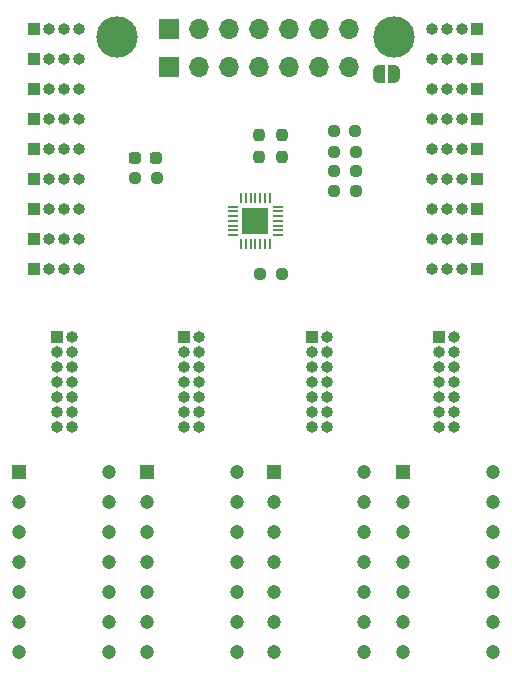
<source format=gbr>
%TF.GenerationSoftware,KiCad,Pcbnew,(6.0.10)*%
%TF.CreationDate,2023-01-31T16:55:15+01:00*%
%TF.ProjectId,LTP-305_dev_board,4c54502d-3330-4355-9f64-65765f626f61,rev?*%
%TF.SameCoordinates,Original*%
%TF.FileFunction,Soldermask,Top*%
%TF.FilePolarity,Negative*%
%FSLAX46Y46*%
G04 Gerber Fmt 4.6, Leading zero omitted, Abs format (unit mm)*
G04 Created by KiCad (PCBNEW (6.0.10)) date 2023-01-31 16:55:15*
%MOMM*%
%LPD*%
G01*
G04 APERTURE LIST*
G04 Aperture macros list*
%AMRoundRect*
0 Rectangle with rounded corners*
0 $1 Rounding radius*
0 $2 $3 $4 $5 $6 $7 $8 $9 X,Y pos of 4 corners*
0 Add a 4 corners polygon primitive as box body*
4,1,4,$2,$3,$4,$5,$6,$7,$8,$9,$2,$3,0*
0 Add four circle primitives for the rounded corners*
1,1,$1+$1,$2,$3*
1,1,$1+$1,$4,$5*
1,1,$1+$1,$6,$7*
1,1,$1+$1,$8,$9*
0 Add four rect primitives between the rounded corners*
20,1,$1+$1,$2,$3,$4,$5,0*
20,1,$1+$1,$4,$5,$6,$7,0*
20,1,$1+$1,$6,$7,$8,$9,0*
20,1,$1+$1,$8,$9,$2,$3,0*%
%AMFreePoly0*
4,1,22,0.500000,-0.750000,0.000000,-0.750000,0.000000,-0.745033,-0.079941,-0.743568,-0.215256,-0.701293,-0.333266,-0.622738,-0.424486,-0.514219,-0.481581,-0.384460,-0.499164,-0.250000,-0.500000,-0.250000,-0.500000,0.250000,-0.499164,0.250000,-0.499963,0.256109,-0.478152,0.396186,-0.417904,0.524511,-0.324060,0.630769,-0.204165,0.706417,-0.067858,0.745374,0.000000,0.744959,0.000000,0.750000,
0.500000,0.750000,0.500000,-0.750000,0.500000,-0.750000,$1*%
%AMFreePoly1*
4,1,20,0.000000,0.744959,0.073905,0.744508,0.209726,0.703889,0.328688,0.626782,0.421226,0.519385,0.479903,0.390333,0.500000,0.250000,0.500000,-0.250000,0.499851,-0.262216,0.476331,-0.402017,0.414519,-0.529596,0.319384,-0.634700,0.198574,-0.708877,0.061801,-0.746166,0.000000,-0.745033,0.000000,-0.750000,-0.500000,-0.750000,-0.500000,0.750000,0.000000,0.750000,0.000000,0.744959,
0.000000,0.744959,$1*%
G04 Aperture macros list end*
%ADD10R,1.200000X1.200000*%
%ADD11C,1.200000*%
%ADD12RoundRect,0.237500X0.250000X0.237500X-0.250000X0.237500X-0.250000X-0.237500X0.250000X-0.237500X0*%
%ADD13R,1.700000X1.700000*%
%ADD14O,1.700000X1.700000*%
%ADD15R,1.000000X1.000000*%
%ADD16O,1.000000X1.000000*%
%ADD17C,3.500000*%
%ADD18RoundRect,0.237500X-0.250000X-0.237500X0.250000X-0.237500X0.250000X0.237500X-0.250000X0.237500X0*%
%ADD19RoundRect,0.237500X0.237500X-0.250000X0.237500X0.250000X-0.237500X0.250000X-0.237500X-0.250000X0*%
%ADD20FreePoly0,0.000000*%
%ADD21FreePoly1,0.000000*%
%ADD22RoundRect,0.050000X0.050000X-0.362500X0.050000X0.362500X-0.050000X0.362500X-0.050000X-0.362500X0*%
%ADD23RoundRect,0.050000X0.362500X-0.050000X0.362500X0.050000X-0.362500X0.050000X-0.362500X-0.050000X0*%
%ADD24R,2.300000X2.300000*%
%ADD25RoundRect,0.237500X0.287500X0.237500X-0.287500X0.237500X-0.287500X-0.237500X0.287500X-0.237500X0*%
G04 APERTURE END LIST*
D10*
%TO.C,DS4*%
X161417000Y-83820000D03*
D11*
X161417000Y-86360000D03*
X161417000Y-88900000D03*
X161417000Y-91440000D03*
X161417000Y-93980000D03*
X161417000Y-96520000D03*
X161417000Y-99060000D03*
X169037000Y-99060000D03*
X169037000Y-96520000D03*
X169037000Y-93980000D03*
X169037000Y-91440000D03*
X169037000Y-88900000D03*
X169037000Y-86360000D03*
X169037000Y-83820000D03*
%TD*%
D10*
%TO.C,DS3*%
X150495000Y-83820000D03*
D11*
X150495000Y-86360000D03*
X150495000Y-88900000D03*
X150495000Y-91440000D03*
X150495000Y-93980000D03*
X150495000Y-96520000D03*
X150495000Y-99060000D03*
X158115000Y-99060000D03*
X158115000Y-96520000D03*
X158115000Y-93980000D03*
X158115000Y-91440000D03*
X158115000Y-88900000D03*
X158115000Y-86360000D03*
X158115000Y-83820000D03*
%TD*%
D10*
%TO.C,DS2*%
X139700000Y-83820000D03*
D11*
X139700000Y-86360000D03*
X139700000Y-88900000D03*
X139700000Y-91440000D03*
X139700000Y-93980000D03*
X139700000Y-96520000D03*
X139700000Y-99060000D03*
X147320000Y-99060000D03*
X147320000Y-96520000D03*
X147320000Y-93980000D03*
X147320000Y-91440000D03*
X147320000Y-88900000D03*
X147320000Y-86360000D03*
X147320000Y-83820000D03*
%TD*%
D10*
%TO.C,DS1*%
X128905000Y-83820000D03*
D11*
X128905000Y-86360000D03*
X128905000Y-88900000D03*
X128905000Y-91440000D03*
X128905000Y-93980000D03*
X128905000Y-96520000D03*
X128905000Y-99060000D03*
X136525000Y-99060000D03*
X136525000Y-96520000D03*
X136525000Y-93980000D03*
X136525000Y-91440000D03*
X136525000Y-88900000D03*
X136525000Y-86360000D03*
X136525000Y-83820000D03*
%TD*%
D12*
%TO.C,R4*%
X157376500Y-60071000D03*
X155551500Y-60071000D03*
%TD*%
D13*
%TO.C,J6*%
X141587500Y-49575000D03*
D14*
X144127500Y-49575000D03*
X146667500Y-49575000D03*
X149207500Y-49575000D03*
X151747500Y-49575000D03*
X154287500Y-49575000D03*
X156827500Y-49575000D03*
%TD*%
D15*
%TO.C,CB3*%
X167640000Y-61595000D03*
D16*
X166370000Y-61595000D03*
X165100000Y-61595000D03*
X163830000Y-61595000D03*
%TD*%
%TO.C,J3*%
X154950000Y-72375000D03*
X154950000Y-73645000D03*
X154950000Y-74915000D03*
X154950000Y-76185000D03*
X154950000Y-77455000D03*
X154950000Y-78725000D03*
X154950000Y-79995000D03*
X153680000Y-79995000D03*
X153680000Y-78725000D03*
X153680000Y-77455000D03*
X153680000Y-76185000D03*
X153680000Y-74915000D03*
X153680000Y-73645000D03*
D15*
X153680000Y-72375000D03*
%TD*%
%TO.C,CB9*%
X167640000Y-46355000D03*
D16*
X166370000Y-46355000D03*
X165100000Y-46355000D03*
X163830000Y-46355000D03*
%TD*%
D15*
%TO.C,CA4*%
X130175000Y-53975000D03*
D16*
X131445000Y-53975000D03*
X132715000Y-53975000D03*
X133985000Y-53975000D03*
%TD*%
D17*
%TO.C,*%
X160655000Y-46990000D03*
%TD*%
D16*
%TO.C,J2*%
X144155000Y-72375000D03*
X144155000Y-73645000D03*
X144155000Y-74915000D03*
X144155000Y-76185000D03*
X144155000Y-77455000D03*
X144155000Y-78725000D03*
X144155000Y-79995000D03*
X142885000Y-79995000D03*
X142885000Y-78725000D03*
X142885000Y-77455000D03*
X142885000Y-76185000D03*
X142885000Y-74915000D03*
X142885000Y-73645000D03*
D15*
X142885000Y-72375000D03*
%TD*%
%TO.C,CA3*%
X130175000Y-51435000D03*
D16*
X131445000Y-51435000D03*
X132715000Y-51435000D03*
X133985000Y-51435000D03*
%TD*%
D15*
%TO.C,CA1*%
X130175000Y-46355000D03*
D16*
X131445000Y-46355000D03*
X132715000Y-46355000D03*
X133985000Y-46355000D03*
%TD*%
D12*
%TO.C,R6*%
X140555000Y-58928000D03*
X138730000Y-58928000D03*
%TD*%
D15*
%TO.C,CB4*%
X167640000Y-59055000D03*
D16*
X166370000Y-59055000D03*
X165100000Y-59055000D03*
X163830000Y-59055000D03*
%TD*%
D15*
%TO.C,CA5*%
X130175000Y-56515000D03*
D16*
X131445000Y-56515000D03*
X132715000Y-56515000D03*
X133985000Y-56515000D03*
%TD*%
D15*
%TO.C,J1*%
X132090000Y-72375000D03*
D16*
X132090000Y-73645000D03*
X132090000Y-74915000D03*
X132090000Y-76185000D03*
X132090000Y-77455000D03*
X132090000Y-78725000D03*
X132090000Y-79995000D03*
X133360000Y-79995000D03*
X133360000Y-78725000D03*
X133360000Y-77455000D03*
X133360000Y-76185000D03*
X133360000Y-74915000D03*
X133360000Y-73645000D03*
X133360000Y-72375000D03*
%TD*%
D15*
%TO.C,CB1*%
X167640000Y-66675000D03*
D16*
X166370000Y-66675000D03*
X165100000Y-66675000D03*
X163830000Y-66675000D03*
%TD*%
D12*
%TO.C,R2*%
X157376500Y-56706000D03*
X155551500Y-56706000D03*
%TD*%
D15*
%TO.C,CB6*%
X167640000Y-53975000D03*
D16*
X166370000Y-53975000D03*
X165100000Y-53975000D03*
X163830000Y-53975000D03*
%TD*%
D15*
%TO.C,CB2*%
X167640000Y-64135000D03*
D16*
X166370000Y-64135000D03*
X165100000Y-64135000D03*
X163830000Y-64135000D03*
%TD*%
D12*
%TO.C,R3*%
X157376500Y-58388500D03*
X155551500Y-58388500D03*
%TD*%
D15*
%TO.C,CA6*%
X130175000Y-59055000D03*
D16*
X131445000Y-59055000D03*
X132715000Y-59055000D03*
X133985000Y-59055000D03*
%TD*%
D15*
%TO.C,CA7*%
X130175000Y-61595000D03*
D16*
X131445000Y-61595000D03*
X132715000Y-61595000D03*
X133985000Y-61595000D03*
%TD*%
D15*
%TO.C,CA8*%
X130175000Y-64135000D03*
D16*
X131445000Y-64135000D03*
X132715000Y-64135000D03*
X133985000Y-64135000D03*
%TD*%
D17*
%TO.C,*%
X137160000Y-46990000D03*
%TD*%
D18*
%TO.C,R1*%
X155531500Y-54991000D03*
X157356500Y-54991000D03*
%TD*%
D19*
%TO.C,C1*%
X149225000Y-57150000D03*
X149225000Y-55325000D03*
%TD*%
D15*
%TO.C,CB8*%
X167640000Y-48895000D03*
D16*
X166370000Y-48895000D03*
X165100000Y-48895000D03*
X163830000Y-48895000D03*
%TD*%
D15*
%TO.C,CB5*%
X167640000Y-56515000D03*
D16*
X166370000Y-56515000D03*
X165100000Y-56515000D03*
X163830000Y-56515000D03*
%TD*%
D19*
%TO.C,C2*%
X151130000Y-57150000D03*
X151130000Y-55325000D03*
%TD*%
D15*
%TO.C,CA2*%
X130175000Y-48895000D03*
D16*
X131445000Y-48895000D03*
X132715000Y-48895000D03*
X133985000Y-48895000D03*
%TD*%
D20*
%TO.C,REF\u002A\u002A*%
X159370000Y-50165000D03*
D21*
X160670000Y-50165000D03*
%TD*%
D22*
%TO.C,U1*%
X147700000Y-64507500D03*
X148100000Y-64507500D03*
X148500000Y-64507500D03*
X148900000Y-64507500D03*
X149300000Y-64507500D03*
X149700000Y-64507500D03*
X150100000Y-64507500D03*
D23*
X150837500Y-63770000D03*
X150837500Y-63370000D03*
X150837500Y-62970000D03*
X150837500Y-62570000D03*
X150837500Y-62170000D03*
X150837500Y-61770000D03*
X150837500Y-61370000D03*
D22*
X150100000Y-60632500D03*
X149700000Y-60632500D03*
X149300000Y-60632500D03*
X148900000Y-60632500D03*
X148500000Y-60632500D03*
X148100000Y-60632500D03*
X147700000Y-60632500D03*
D23*
X146962500Y-61370000D03*
X146962500Y-61770000D03*
X146962500Y-62170000D03*
X146962500Y-62570000D03*
X146962500Y-62970000D03*
X146962500Y-63370000D03*
X146962500Y-63770000D03*
D24*
X148900000Y-62570000D03*
%TD*%
D15*
%TO.C,J4*%
X164465000Y-72390000D03*
D16*
X164465000Y-73660000D03*
X164465000Y-74930000D03*
X164465000Y-76200000D03*
X164465000Y-77470000D03*
X164465000Y-78740000D03*
X164465000Y-80010000D03*
X165735000Y-80010000D03*
X165735000Y-78740000D03*
X165735000Y-77470000D03*
X165735000Y-76200000D03*
X165735000Y-74930000D03*
X165735000Y-73660000D03*
X165735000Y-72390000D03*
%TD*%
D18*
%TO.C,R5*%
X149300000Y-67060000D03*
X151125000Y-67060000D03*
%TD*%
D13*
%TO.C,J5*%
X141605000Y-46355000D03*
D14*
X144145000Y-46355000D03*
X146685000Y-46355000D03*
X149225000Y-46355000D03*
X151765000Y-46355000D03*
X154305000Y-46355000D03*
X156845000Y-46355000D03*
%TD*%
D25*
%TO.C,D1*%
X140480000Y-57277000D03*
X138730000Y-57277000D03*
%TD*%
D15*
%TO.C,CA9*%
X130175000Y-66675000D03*
D16*
X131445000Y-66675000D03*
X132715000Y-66675000D03*
X133985000Y-66675000D03*
%TD*%
D15*
%TO.C,CB7*%
X167640000Y-51435000D03*
D16*
X166370000Y-51435000D03*
X165100000Y-51435000D03*
X163830000Y-51435000D03*
%TD*%
M02*

</source>
